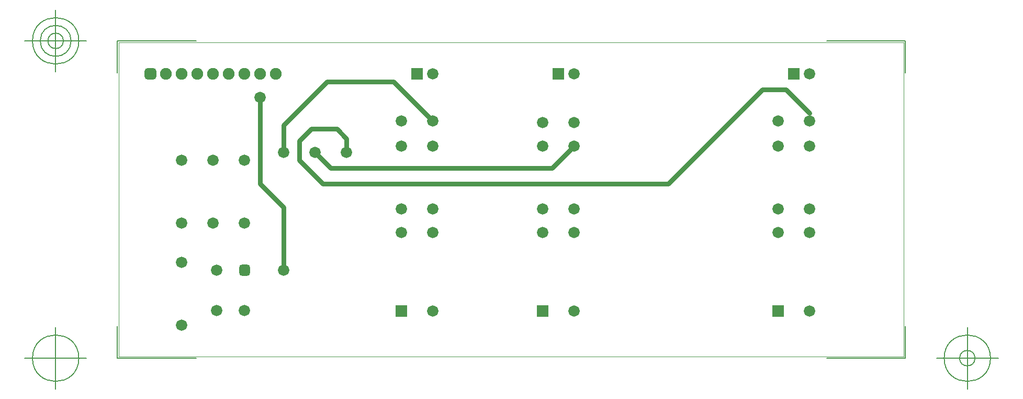
<source format=gbr>
G04 Generated by Ultiboard 14.3 *
%FSLAX25Y25*%
%MOIN*%

%ADD10C,0.00001*%
%ADD11C,0.00004*%
%ADD12C,0.03000*%
%ADD13C,0.00500*%
%ADD14C,0.00005*%
%ADD15C,0.03917*%
%ADD16C,0.04000*%
%ADD17C,0.07500*%
%ADD18C,0.07200*%
%ADD19R,0.07200X0.07200*%


G04 ColorRGB 00FF00 for the following layer *
%LNCopper Top*%
%LPD*%
G54D10*
G54D11*
G36*
X16250Y178209D02*
X16250Y181792D01*
X23750Y181792D01*
X23750Y178209D01*
X16250Y178209D01*
G37*
G36*
X18209Y176250D02*
X18209Y183750D01*
X21792Y183750D01*
X21792Y176250D01*
X18209Y176250D01*
G37*
G36*
X76400Y53400D02*
X76400Y56600D01*
X83600Y56600D01*
X83600Y53400D01*
X76400Y53400D01*
G37*
G36*
X78400Y51400D02*
X78400Y58600D01*
X81600Y58600D01*
X81600Y51400D01*
X78400Y51400D01*
G37*
G54D12*
X175000Y175000D02*
X200000Y150000D01*
X132500Y175000D02*
X175000Y175000D01*
X132500Y175000D02*
X105000Y147500D01*
X105000Y130000D01*
X290000Y134033D02*
X275967Y120000D01*
X135000Y120000D02*
X275967Y120000D01*
X135000Y120000D02*
X125000Y130000D01*
X440000Y155000D02*
X425000Y170000D01*
X410000Y170000D01*
X350000Y110000D01*
X130000Y110000D02*
X350000Y110000D01*
X130000Y110000D02*
X115000Y125000D01*
X115000Y137500D02*
X115000Y125000D01*
X115000Y137500D02*
X122500Y145000D01*
X138750Y145000D01*
X145000Y138750D01*
X145000Y130000D01*
X90000Y165000D02*
X90000Y110000D01*
X105000Y95000D01*
X105000Y55000D02*
X105000Y95000D01*
G54D13*
X-997Y-1000D02*
X-997Y19200D01*
X-997Y-1000D02*
X49203Y-1000D01*
X501003Y-1000D02*
X450803Y-1000D01*
X501003Y-1000D02*
X501003Y19200D01*
X501003Y201000D02*
X501003Y180800D01*
X501003Y201000D02*
X450803Y201000D01*
X-997Y201000D02*
X49203Y201000D01*
X-997Y201000D02*
X-997Y180800D01*
X-20683Y-1000D02*
X-60053Y-1000D01*
X-40368Y-20685D02*
X-40368Y18685D01*
X-55131Y-1000D02*
G75*
D01*
G02X-55131Y-1000I14763J0*
G01*
X520688Y-1000D02*
X560058Y-1000D01*
X540373Y-20685D02*
X540373Y18685D01*
X525609Y-1000D02*
G75*
D01*
G02X525609Y-1000I14764J0*
G01*
X535451Y-1000D02*
G75*
D01*
G02X535451Y-1000I4922J0*
G01*
X-20683Y201000D02*
X-60053Y201000D01*
X-40368Y181315D02*
X-40368Y220685D01*
X-55131Y201000D02*
G75*
D01*
G02X-55131Y201000I14763J0*
G01*
X-50210Y201000D02*
G75*
D01*
G02X-50210Y201000I9842J0*
G01*
X-45289Y201000D02*
G75*
D01*
G02X-45289Y201000I4921J0*
G01*
X-997Y-1000D02*
X-997Y19200D01*
X-997Y-1000D02*
X49203Y-1000D01*
X501003Y-1000D02*
X450803Y-1000D01*
X501003Y-1000D02*
X501003Y19200D01*
X501003Y201000D02*
X501003Y180800D01*
X501003Y201000D02*
X450803Y201000D01*
X-997Y201000D02*
X49203Y201000D01*
X-997Y201000D02*
X-997Y180800D01*
X-20683Y-1000D02*
X-60053Y-1000D01*
X-40368Y-20685D02*
X-40368Y18685D01*
X-55131Y-1000D02*
G75*
D01*
G02X-55131Y-1000I14763J0*
G01*
X520688Y-1000D02*
X560058Y-1000D01*
X540373Y-20685D02*
X540373Y18685D01*
X525609Y-1000D02*
G75*
D01*
G02X525609Y-1000I14764J0*
G01*
X535451Y-1000D02*
G75*
D01*
G02X535451Y-1000I4922J0*
G01*
X-20683Y201000D02*
X-60053Y201000D01*
X-40368Y181315D02*
X-40368Y220685D01*
X-55131Y201000D02*
G75*
D01*
G02X-55131Y201000I14763J0*
G01*
X-50210Y201000D02*
G75*
D01*
G02X-50210Y201000I9842J0*
G01*
X-45289Y201000D02*
G75*
D01*
G02X-45289Y201000I4921J0*
G01*
G54D14*
X3Y0D02*
X500003Y0D01*
X500003Y200000D01*
X3Y200000D01*
X3Y0D01*
G54D15*
X18209Y181792D03*
X21792Y181792D03*
X18209Y178209D03*
X21792Y178209D03*
G54D16*
X78400Y56600D03*
X81600Y56600D03*
X78400Y53400D03*
X81600Y53400D03*
G54D17*
X30000Y180000D03*
X90000Y180000D03*
X60000Y180000D03*
X40000Y180000D03*
X50000Y180000D03*
X70000Y180000D03*
X80000Y180000D03*
X100000Y180000D03*
G54D18*
X105000Y130000D03*
X145000Y130000D03*
X125000Y130000D03*
X90000Y165000D03*
X105000Y55000D03*
X440000Y180000D03*
X290000Y180000D03*
X200000Y180000D03*
X40000Y20000D03*
X40000Y60000D03*
X62333Y29333D03*
X80000Y29333D03*
X62333Y55000D03*
X40000Y85000D03*
X40000Y125000D03*
X60000Y85000D03*
X60000Y125000D03*
X80000Y85000D03*
X80000Y125000D03*
X200000Y29033D03*
X180000Y79033D03*
X200000Y79033D03*
X290000Y29033D03*
X270000Y79033D03*
X290000Y79033D03*
X440000Y29033D03*
X420000Y79033D03*
X440000Y79033D03*
X180000Y94033D03*
X180000Y134033D03*
X200000Y134033D03*
X200000Y94033D03*
X270000Y94033D03*
X270000Y134033D03*
X290000Y134033D03*
X290000Y94033D03*
X420000Y94033D03*
X420000Y134033D03*
X440000Y134033D03*
X440000Y94033D03*
X200000Y150000D03*
X180000Y150000D03*
X290000Y149033D03*
X270000Y149033D03*
X440000Y150000D03*
X420000Y150000D03*
G54D19*
X430000Y180000D03*
X280000Y180000D03*
X190000Y180000D03*
X180000Y29033D03*
X270000Y29033D03*
X420000Y29033D03*

M02*

</source>
